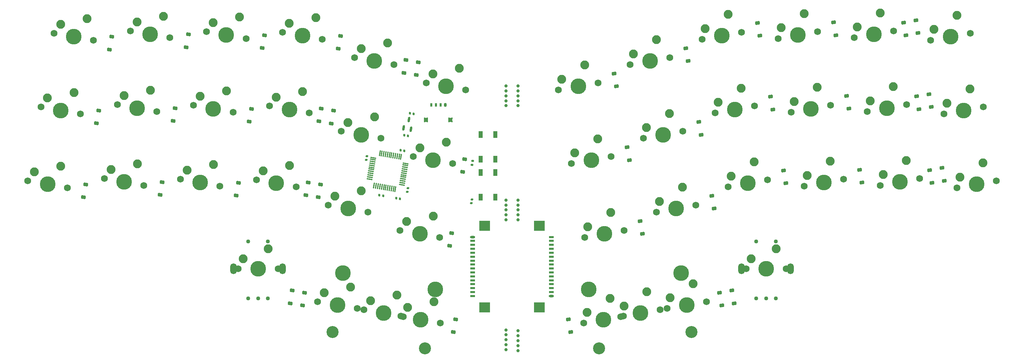
<source format=gbr>
%TF.GenerationSoftware,KiCad,Pcbnew,7.0.8*%
%TF.CreationDate,2023-11-01T12:08:13-07:00*%
%TF.ProjectId,Redwood,52656477-6f6f-4642-9e6b-696361645f70,rev?*%
%TF.SameCoordinates,Original*%
%TF.FileFunction,Soldermask,Bot*%
%TF.FilePolarity,Negative*%
%FSLAX46Y46*%
G04 Gerber Fmt 4.6, Leading zero omitted, Abs format (unit mm)*
G04 Created by KiCad (PCBNEW 7.0.8) date 2023-11-01 12:08:13*
%MOMM*%
%LPD*%
G01*
G04 APERTURE LIST*
G04 Aperture macros list*
%AMRoundRect*
0 Rectangle with rounded corners*
0 $1 Rounding radius*
0 $2 $3 $4 $5 $6 $7 $8 $9 X,Y pos of 4 corners*
0 Add a 4 corners polygon primitive as box body*
4,1,4,$2,$3,$4,$5,$6,$7,$8,$9,$2,$3,0*
0 Add four circle primitives for the rounded corners*
1,1,$1+$1,$2,$3*
1,1,$1+$1,$4,$5*
1,1,$1+$1,$6,$7*
1,1,$1+$1,$8,$9*
0 Add four rect primitives between the rounded corners*
20,1,$1+$1,$2,$3,$4,$5,0*
20,1,$1+$1,$4,$5,$6,$7,0*
20,1,$1+$1,$6,$7,$8,$9,0*
20,1,$1+$1,$8,$9,$2,$3,0*%
G04 Aperture macros list end*
%ADD10C,1.750000*%
%ADD11C,3.987800*%
%ADD12C,2.250000*%
%ADD13O,1.651000X2.768600*%
%ADD14C,1.016000*%
%ADD15C,0.800000*%
%ADD16C,3.048000*%
%ADD17O,1.300000X0.600000*%
%ADD18R,1.300000X0.600000*%
%ADD19C,0.600000*%
%ADD20R,2.800000X2.550000*%
%ADD21RoundRect,0.225000X0.330232X-0.286700X0.408374X0.156464X-0.330232X0.286700X-0.408374X-0.156464X0*%
%ADD22R,1.100000X1.800000*%
%ADD23RoundRect,0.140000X-0.167393X-0.143107X0.108353X-0.191728X0.167393X0.143107X-0.108353X0.191728X0*%
%ADD24RoundRect,0.225000X0.408374X-0.156464X0.330232X0.286700X-0.408374X0.156464X-0.330232X-0.286700X0*%
%ADD25RoundRect,0.140000X-0.143107X0.167393X-0.191728X-0.108353X0.143107X-0.167393X0.191728X0.108353X0*%
%ADD26RoundRect,0.375000X0.000000X-0.125000X0.000000X0.125000X0.000000X0.125000X0.000000X-0.125000X0*%
%ADD27R,0.600000X0.850000*%
%ADD28C,0.400000*%
%ADD29R,1.000000X1.000000*%
%ADD30RoundRect,0.140000X0.167393X0.143107X-0.108353X0.191728X-0.167393X-0.143107X0.108353X-0.191728X0*%
%ADD31RoundRect,0.135000X0.158747X-0.165074X0.205632X0.100824X-0.158747X0.165074X-0.205632X-0.100824X0*%
%ADD32RoundRect,0.150000X0.058726X-0.530761X0.236716X0.478667X-0.058726X0.530761X-0.236716X-0.478667X0*%
%ADD33RoundRect,0.075000X-0.041181X-0.665459X0.188902X0.639412X0.041181X0.665459X-0.188902X-0.639412X0*%
%ADD34RoundRect,0.075000X0.639412X-0.188902X0.665459X-0.041181X-0.639412X0.188902X-0.665459X0.041181X0*%
G04 APERTURE END LIST*
D10*
%TO.C,SW5*%
X20192359Y-33585631D03*
D11*
X25195182Y-34467764D03*
D10*
X30198005Y-35349897D03*
D12*
X21884131Y-31304753D03*
X28578726Y-29906007D03*
%TD*%
D10*
%TO.C,SW28*%
X242770898Y-35349897D03*
D11*
X247773721Y-34467764D03*
D10*
X252776544Y-33585631D03*
D12*
X243580537Y-32627952D03*
X249393000Y-29023874D03*
%TD*%
D10*
%TO.C,SW18*%
X33026115Y-70506348D03*
D11*
X38028938Y-71388481D03*
D10*
X43031761Y-72270614D03*
D12*
X34717887Y-68225470D03*
X41412482Y-66826724D03*
%TD*%
D10*
%TO.C,SW6*%
X39642116Y-32985172D03*
D11*
X44644939Y-33867305D03*
D10*
X49647762Y-34749438D03*
D12*
X41333888Y-30704294D03*
X48028483Y-29305548D03*
%TD*%
D10*
%TO.C,SW17*%
X13576364Y-71106804D03*
D11*
X18579187Y-71988937D03*
D10*
X23582010Y-72871070D03*
D12*
X15268136Y-68825926D03*
X21962731Y-67427180D03*
%TD*%
D10*
%TO.C,SW26*%
X204009223Y-34930671D03*
D11*
X209012046Y-34048538D03*
D10*
X214014869Y-33166405D03*
D12*
X204818862Y-32208726D03*
X210631325Y-28604648D03*
%TD*%
D13*
%TO.C,SW3*%
X65761763Y-93500467D03*
D14*
X69511763Y-86500467D03*
X69511763Y-101000467D03*
X72011763Y-101000467D03*
X74511763Y-86500467D03*
X74511763Y-101000467D03*
D13*
X78261763Y-93500467D03*
%TD*%
D10*
%TO.C,SW40*%
X249386893Y-72871072D03*
D11*
X254389716Y-71988939D03*
D10*
X259392539Y-71106806D03*
D12*
X250196532Y-70149127D03*
X256008995Y-66545049D03*
%TD*%
D10*
%TO.C,SW23*%
X148278791Y-47981430D03*
D11*
X153281614Y-47099297D03*
D10*
X158284437Y-46217164D03*
D12*
X149088430Y-45259485D03*
X154900893Y-41655407D03*
%TD*%
D10*
%TO.C,SW12*%
X36334115Y-51745759D03*
D11*
X41336938Y-52627892D03*
D10*
X46339761Y-53510025D03*
D12*
X38025887Y-49464881D03*
X44720482Y-48066135D03*
%TD*%
D10*
%TO.C,SW19*%
X52338038Y-70687580D03*
D11*
X57340861Y-71569713D03*
D10*
X62343684Y-72451846D03*
D12*
X54029810Y-68406702D03*
X60724405Y-67007956D03*
%TD*%
D15*
%TO.C,H1*%
X137984451Y-114260000D03*
X137984451Y-113010000D03*
X137984451Y-111760000D03*
X137984451Y-110510000D03*
X137984451Y-109260000D03*
%TD*%
D11*
%TO.C,SW44*%
X93586053Y-94564214D03*
D16*
X90939655Y-109572685D03*
D10*
X98875132Y-103879168D03*
D11*
X103877955Y-104761301D03*
D10*
X108880778Y-105643434D03*
D11*
X117036788Y-98699212D03*
D16*
X114390390Y-113707682D03*
D12*
X100566904Y-101598290D03*
X107261499Y-100199544D03*
%TD*%
D15*
%TO.C,H2*%
X134984452Y-114010000D03*
X134984452Y-112760000D03*
X134984452Y-111510000D03*
X134984452Y-110260000D03*
X134984452Y-109010000D03*
%TD*%
D10*
%TO.C,SW30*%
X169796045Y-60307255D03*
D11*
X174798868Y-59425122D03*
D10*
X179801691Y-58542989D03*
D12*
X170605684Y-57585310D03*
X176418147Y-53981232D03*
%TD*%
D10*
%TO.C,SW27*%
X223321142Y-34749439D03*
D11*
X228323965Y-33867306D03*
D10*
X233326788Y-32985173D03*
D12*
X224130781Y-32027494D03*
X229943244Y-28423416D03*
%TD*%
D15*
%TO.C,H3*%
X137984452Y-52009999D03*
X137984452Y-50759999D03*
X137984452Y-49509999D03*
X137984452Y-48259999D03*
X137984452Y-47009999D03*
%TD*%
D10*
%TO.C,SW32*%
X207317219Y-53691259D03*
D11*
X212320042Y-52809126D03*
D10*
X217322865Y-51926993D03*
D12*
X208126858Y-50969314D03*
X213939321Y-47365236D03*
%TD*%
D10*
%TO.C,SW25*%
X184697303Y-35111905D03*
D11*
X189700126Y-34229772D03*
D10*
X194702949Y-33347639D03*
D12*
X185506942Y-32389960D03*
X191319405Y-28785882D03*
%TD*%
D10*
%TO.C,SW24*%
X166488046Y-41546668D03*
D11*
X171490869Y-40664535D03*
D10*
X176493692Y-39782402D03*
D12*
X167297685Y-38824723D03*
X173110148Y-35220645D03*
%TD*%
D11*
%TO.C,SW43*%
X155932113Y-98699212D03*
D16*
X158578511Y-113707682D03*
D10*
X164088123Y-105643434D03*
D11*
X169090946Y-104761301D03*
D10*
X174093769Y-103879168D03*
D11*
X179382848Y-94564214D03*
D16*
X182029246Y-109572685D03*
D12*
X164897762Y-102921489D03*
X170710225Y-99317411D03*
%TD*%
D10*
%TO.C,SW9*%
X96475212Y-39782402D03*
D11*
X101478035Y-40664535D03*
D10*
X106480858Y-41546668D03*
D12*
X98166984Y-37501524D03*
X104861579Y-36102778D03*
%TD*%
D10*
%TO.C,SW42*%
X108255426Y-105533167D03*
D11*
X113258249Y-106415300D03*
D10*
X118261072Y-107297433D03*
D12*
X109947198Y-103252289D03*
X116641793Y-101853543D03*
%TD*%
D10*
%TO.C,SW29*%
X151586789Y-66742018D03*
D11*
X156589612Y-65859885D03*
D10*
X161592435Y-64977752D03*
D12*
X152396428Y-64020073D03*
X158208891Y-60415995D03*
%TD*%
D10*
%TO.C,SW48*%
X87149764Y-101811669D03*
D11*
X92152587Y-102693802D03*
D10*
X97155410Y-103575935D03*
D12*
X88841536Y-99530791D03*
X95536131Y-98132045D03*
%TD*%
D10*
%TO.C,SW13*%
X55646039Y-51926993D03*
D11*
X60648862Y-52809126D03*
D10*
X65651685Y-53691259D03*
D12*
X57337811Y-49646115D03*
X64032406Y-48247369D03*
%TD*%
D10*
%TO.C,SW31*%
X188005299Y-53872493D03*
D11*
X193008122Y-52990360D03*
D10*
X198010945Y-52108227D03*
D12*
X188814938Y-51150548D03*
X194627401Y-47546470D03*
%TD*%
D10*
%TO.C,SW46*%
X195877141Y-93500467D03*
D11*
X200957141Y-93500467D03*
D10*
X206037141Y-93500467D03*
D12*
X197147141Y-90960467D03*
X203497141Y-88420467D03*
%TD*%
D10*
%TO.C,SW39*%
X229937140Y-72270614D03*
D11*
X234939963Y-71388481D03*
D10*
X239942786Y-70506348D03*
D12*
X230746779Y-69548669D03*
X236559242Y-65944591D03*
%TD*%
D15*
%TO.C,H4*%
X134984452Y-52010000D03*
X134984452Y-50760000D03*
X134984452Y-49510000D03*
X134984452Y-48260000D03*
X134984452Y-47010000D03*
%TD*%
D10*
%TO.C,SW10*%
X114684467Y-46217165D03*
D11*
X119687290Y-47099298D03*
D10*
X124690113Y-47981431D03*
D12*
X116376239Y-43936287D03*
X123070834Y-42537541D03*
%TD*%
D10*
%TO.C,SW47*%
X66931763Y-93500467D03*
D11*
X72011763Y-93500467D03*
D10*
X77091763Y-93500467D03*
D12*
X68201763Y-90960467D03*
X74551763Y-88420467D03*
%TD*%
D10*
%TO.C,SW20*%
X71649961Y-70868815D03*
D11*
X76652784Y-71750948D03*
D10*
X81655607Y-72633081D03*
D12*
X73341733Y-68587937D03*
X80036328Y-67189191D03*
%TD*%
D10*
%TO.C,SW11*%
X16884361Y-52346219D03*
D11*
X21887184Y-53228352D03*
D10*
X26890007Y-54110485D03*
D12*
X18576133Y-50065341D03*
X25270728Y-48666595D03*
%TD*%
D10*
%TO.C,SW38*%
X210625219Y-72451847D03*
D11*
X215628042Y-71569714D03*
D10*
X220630865Y-70687581D03*
D12*
X211434858Y-69729902D03*
X217247321Y-66125824D03*
%TD*%
D10*
%TO.C,SW7*%
X58954033Y-33166406D03*
D11*
X63956856Y-34048539D03*
D10*
X68959679Y-34930672D03*
D12*
X60645805Y-30885528D03*
X67340400Y-29486782D03*
%TD*%
D10*
%TO.C,SW34*%
X246078896Y-54110485D03*
D11*
X251081719Y-53228352D03*
D10*
X256084542Y-52346219D03*
D12*
X246888535Y-51388540D03*
X252700998Y-47784462D03*
%TD*%
D15*
%TO.C,H6*%
X134984452Y-81010000D03*
X134984452Y-79760000D03*
X134984452Y-78510000D03*
X134984452Y-77260000D03*
X134984452Y-76010000D03*
%TD*%
D10*
%TO.C,SW21*%
X89859213Y-77303577D03*
D11*
X94862036Y-78185710D03*
D10*
X99864859Y-79067843D03*
D12*
X91550985Y-75022699D03*
X98245580Y-73623953D03*
%TD*%
D10*
%TO.C,SW41*%
X154707830Y-107297433D03*
D11*
X159710653Y-106415300D03*
D10*
X164713476Y-105533167D03*
D12*
X155517469Y-104575488D03*
X161329932Y-100971410D03*
%TD*%
D10*
%TO.C,SW37*%
X191313295Y-72633081D03*
D11*
X196316118Y-71750948D03*
D10*
X201318941Y-70868815D03*
D12*
X192122934Y-69911136D03*
X197935397Y-66307058D03*
%TD*%
D15*
%TO.C,H5*%
X137984451Y-81010000D03*
X137984451Y-79760000D03*
X137984451Y-78510000D03*
X137984451Y-77260000D03*
X137984451Y-76010000D03*
%TD*%
D10*
%TO.C,SW14*%
X74957956Y-52108227D03*
D11*
X79960779Y-52990360D03*
D10*
X84963602Y-53872493D03*
D12*
X76649728Y-49827349D03*
X83344323Y-48428603D03*
%TD*%
D13*
%TO.C,SW4*%
X194707141Y-93500467D03*
D14*
X198457141Y-86500467D03*
X198457141Y-101000467D03*
X200957141Y-101000467D03*
X203457141Y-86500467D03*
X203457141Y-101000467D03*
D13*
X207207141Y-93500467D03*
%TD*%
D10*
%TO.C,SW33*%
X226629140Y-53510025D03*
D11*
X231631963Y-52627892D03*
D10*
X236634786Y-51745759D03*
D12*
X227438779Y-50788080D03*
X233251242Y-47184002D03*
%TD*%
D10*
%TO.C,SW36*%
X173104042Y-79067843D03*
D11*
X178106865Y-78185710D03*
D10*
X183109688Y-77303577D03*
D12*
X173913681Y-76345898D03*
X179726144Y-72741820D03*
%TD*%
D10*
%TO.C,SW16*%
X111376469Y-64977752D03*
D11*
X116379292Y-65859885D03*
D10*
X121382115Y-66742018D03*
D12*
X113068241Y-62696874D03*
X119762836Y-61298128D03*
%TD*%
D10*
%TO.C,SW45*%
X175813491Y-103575935D03*
D11*
X180816314Y-102693802D03*
D10*
X185819137Y-101811669D03*
D12*
X176623130Y-100853990D03*
X182435593Y-97249912D03*
%TD*%
D10*
%TO.C,SW15*%
X93167210Y-58542989D03*
D11*
X98170033Y-59425122D03*
D10*
X103172856Y-60307255D03*
D12*
X94858982Y-56262111D03*
X101553577Y-54863365D03*
%TD*%
D10*
%TO.C,SW35*%
X154894789Y-85502605D03*
D11*
X159897612Y-84620472D03*
D10*
X164900435Y-83738339D03*
D12*
X155704428Y-82780660D03*
X161516891Y-79176582D03*
%TD*%
D10*
%TO.C,SW22*%
X108068466Y-83738338D03*
D11*
X113071289Y-84620471D03*
D10*
X118074112Y-85502604D03*
D12*
X109760238Y-81457460D03*
X116454833Y-80058714D03*
%TD*%
D10*
%TO.C,SW8*%
X78265953Y-33347639D03*
D11*
X83268776Y-34229772D03*
D10*
X88271599Y-35111905D03*
D12*
X79957725Y-31066761D03*
X86652320Y-29668015D03*
%TD*%
D17*
%TO.C,J2*%
X146475893Y-100399984D03*
D18*
X146475893Y-99399984D03*
X146475893Y-98399984D03*
X146475893Y-97399984D03*
X146475893Y-96399984D03*
X146475893Y-95399984D03*
X146475893Y-94399984D03*
X146475893Y-93399984D03*
X146475893Y-92399984D03*
X146475893Y-91399984D03*
X146475893Y-90399984D03*
X146475893Y-89399984D03*
X146475893Y-88399984D03*
X146475893Y-87399984D03*
X146475893Y-86399984D03*
X146475893Y-85399984D03*
D19*
X144425893Y-81649984D03*
X143425893Y-81649984D03*
X142425893Y-81649984D03*
X144425893Y-82524984D03*
D20*
X143425893Y-82524984D03*
D19*
X142425893Y-82524984D03*
X144425893Y-103274984D03*
D20*
X143425893Y-103274984D03*
D19*
X142425893Y-103274984D03*
X144425893Y-104149984D03*
X143425893Y-104149984D03*
X142425893Y-104149984D03*
%TD*%
D21*
%TO.C,D40*%
X80140705Y-102251237D03*
X80713743Y-99001371D03*
%TD*%
D22*
%TO.C,SW1*%
X132218157Y-65582310D03*
X132218157Y-59382310D03*
X128518157Y-65582310D03*
X128518157Y-59382310D03*
%TD*%
D23*
%TO.C,C7*%
X109116157Y-59490897D03*
X110061573Y-59657599D03*
%TD*%
D24*
%TO.C,D27*%
X202674936Y-52961294D03*
X202101898Y-49711428D03*
%TD*%
D25*
%TO.C,C2*%
X99626809Y-64876406D03*
X99460107Y-65821822D03*
%TD*%
D21*
%TO.C,D15*%
X66434637Y-74848647D03*
X67007675Y-71598781D03*
%TD*%
D24*
%TO.C,D22*%
X218689710Y-34081024D03*
X218116672Y-30831158D03*
%TD*%
D26*
%TO.C,J1*%
X119547969Y-51854985D03*
D27*
X118347969Y-51854985D03*
X117147969Y-51854985D03*
X115947969Y-51854985D03*
D28*
X121197969Y-56004985D03*
X121197969Y-55204985D03*
X120847969Y-55604985D03*
D29*
X120847969Y-55604985D03*
D28*
X120497969Y-56004985D03*
X120497969Y-55204985D03*
X114997969Y-56004985D03*
X114997969Y-55204985D03*
X114647969Y-55604985D03*
D29*
X114647969Y-55604985D03*
D28*
X114297969Y-56004985D03*
X114297969Y-55204985D03*
%TD*%
D21*
%TO.C,D3*%
X73050631Y-37327471D03*
X73623669Y-34077605D03*
%TD*%
D30*
%TO.C,C5*%
X109128736Y-63485261D03*
X108183320Y-63318559D03*
%TD*%
D24*
%TO.C,D28*%
X221986855Y-52780060D03*
X221413817Y-49530194D03*
%TD*%
D21*
%TO.C,D2*%
X53738712Y-37146238D03*
X54311750Y-33896372D03*
%TD*%
%TO.C,D11*%
X90617937Y-56544956D03*
X91190975Y-53295090D03*
%TD*%
D24*
%TO.C,D29*%
X239735395Y-52874494D03*
X239162357Y-49624628D03*
%TD*%
D22*
%TO.C,SW2*%
X128518157Y-69034309D03*
X128518157Y-75234309D03*
X132218157Y-69034309D03*
X132218157Y-75234309D03*
%TD*%
D24*
%TO.C,D31*%
X169564425Y-84591407D03*
X168991387Y-81341541D03*
%TD*%
%TO.C,D38*%
X189701437Y-102802571D03*
X189128399Y-99552705D03*
%TD*%
%TO.C,D35*%
X243043392Y-71635082D03*
X242470354Y-68385216D03*
%TD*%
D23*
%TO.C,C6*%
X110582222Y-53940655D03*
X111527638Y-54107357D03*
%TD*%
D31*
%TO.C,R1*%
X126327491Y-67035735D03*
X126504613Y-66031231D03*
%TD*%
D21*
%TO.C,D4*%
X92362552Y-37508704D03*
X92935590Y-34258838D03*
%TD*%
D23*
%TO.C,C3*%
X107066767Y-75501764D03*
X108012183Y-75668466D03*
%TD*%
D24*
%TO.C,D39*%
X192828198Y-102251237D03*
X192255160Y-99001371D03*
%TD*%
D21*
%TO.C,D18*%
X120601685Y-87623738D03*
X121174723Y-84373872D03*
%TD*%
D24*
%TO.C,D20*%
X181157684Y-40635469D03*
X180584646Y-37385603D03*
%TD*%
D21*
%TO.C,D16*%
X84183173Y-74754213D03*
X84756211Y-71504347D03*
%TD*%
%TO.C,D8*%
X50430713Y-55906826D03*
X51003751Y-52656960D03*
%TD*%
D24*
%TO.C,D24*%
X239554161Y-33562574D03*
X238981123Y-30312708D03*
%TD*%
D21*
%TO.C,D14*%
X47122714Y-74667413D03*
X47695752Y-71417547D03*
%TD*%
D24*
%TO.C,D21*%
X199366938Y-34200706D03*
X198793900Y-30950840D03*
%TD*%
%TO.C,D23*%
X236427397Y-34113906D03*
X235854359Y-30864040D03*
%TD*%
D21*
%TO.C,D5*%
X109008424Y-43667800D03*
X109581462Y-40417934D03*
%TD*%
D25*
%TO.C,C8*%
X126324196Y-75830780D03*
X126157494Y-76776196D03*
%TD*%
D24*
%TO.C,D37*%
X151398569Y-109556397D03*
X150825531Y-106306531D03*
%TD*%
D21*
%TO.C,D13*%
X27672960Y-75267871D03*
X28245998Y-72018005D03*
%TD*%
%TO.C,D1*%
X34288958Y-37746696D03*
X34861996Y-34496830D03*
%TD*%
D25*
%TO.C,C1*%
X110065021Y-72963847D03*
X109898319Y-73909263D03*
%TD*%
D21*
%TO.C,D10*%
X87491172Y-55993624D03*
X88064210Y-52743758D03*
%TD*%
%TO.C,D41*%
X83267464Y-102802569D03*
X83840502Y-99552703D03*
%TD*%
D24*
%TO.C,D26*%
X184465682Y-59396056D03*
X183892644Y-56146190D03*
%TD*%
%TO.C,D33*%
X205982932Y-71721882D03*
X205409894Y-68472016D03*
%TD*%
%TO.C,D25*%
X166256427Y-65830818D03*
X165683389Y-62580952D03*
%TD*%
D21*
%TO.C,D6*%
X112135189Y-44219133D03*
X112708227Y-40969267D03*
%TD*%
%TO.C,D9*%
X69742634Y-56088059D03*
X70315672Y-52838193D03*
%TD*%
D32*
%TO.C,U1*%
X110835091Y-57977391D03*
X108963956Y-57647459D03*
X110294573Y-55571987D03*
%TD*%
D23*
%TO.C,C4*%
X102814367Y-74751950D03*
X103759783Y-74918652D03*
%TD*%
D21*
%TO.C,D42*%
X121570332Y-109556396D03*
X122143370Y-106306530D03*
%TD*%
D17*
%TO.C,J3*%
X126477470Y-85399985D03*
D18*
X126477470Y-86399985D03*
X126477470Y-87399985D03*
X126477470Y-88399985D03*
X126477470Y-89399985D03*
X126477470Y-90399985D03*
X126477470Y-91399985D03*
X126477470Y-92399985D03*
X126477470Y-93399985D03*
X126477470Y-94399985D03*
X126477470Y-95399985D03*
X126477470Y-96399985D03*
X126477470Y-97399985D03*
X126477470Y-98399985D03*
X126477470Y-99399985D03*
X126477470Y-100399985D03*
D19*
X128527470Y-104149985D03*
X129527470Y-104149985D03*
X130527470Y-104149985D03*
X128527470Y-103274985D03*
D20*
X129527470Y-103274985D03*
D19*
X130527470Y-103274985D03*
X128527470Y-82524985D03*
D20*
X129527470Y-82524985D03*
D19*
X130527470Y-82524985D03*
X128527470Y-81649985D03*
X129527470Y-81649985D03*
X130527470Y-81649985D03*
%TD*%
D33*
%TO.C,U2*%
X106875433Y-73246781D03*
X106383029Y-73159957D03*
X105890625Y-73073133D03*
X105398221Y-72986308D03*
X104905817Y-72899484D03*
X104413413Y-72812660D03*
X103921010Y-72725836D03*
X103428606Y-72639012D03*
X102936202Y-72552188D03*
X102443798Y-72465364D03*
X101951394Y-72378540D03*
X101458990Y-72291716D03*
D34*
X100313227Y-70655397D03*
X100400051Y-70162993D03*
X100486875Y-69670589D03*
X100573700Y-69178185D03*
X100660524Y-68685781D03*
X100747348Y-68193377D03*
X100834172Y-67700974D03*
X100920996Y-67208570D03*
X101007820Y-66716166D03*
X101094644Y-66223762D03*
X101181468Y-65731358D03*
X101268292Y-65238954D03*
D33*
X102904611Y-64093191D03*
X103397015Y-64180015D03*
X103889419Y-64266839D03*
X104381823Y-64353664D03*
X104874227Y-64440488D03*
X105366631Y-64527312D03*
X105859034Y-64614136D03*
X106351438Y-64700960D03*
X106843842Y-64787784D03*
X107336246Y-64874608D03*
X107828650Y-64961432D03*
X108321054Y-65048256D03*
D34*
X109466817Y-66684575D03*
X109379993Y-67176979D03*
X109293169Y-67669383D03*
X109206344Y-68161787D03*
X109119520Y-68654191D03*
X109032696Y-69146595D03*
X108945872Y-69638998D03*
X108859048Y-70131402D03*
X108772224Y-70623806D03*
X108685400Y-71116210D03*
X108598576Y-71608614D03*
X108511752Y-72101018D03*
%TD*%
D24*
%TO.C,D34*%
X225294854Y-71540649D03*
X224721816Y-68290783D03*
%TD*%
%TO.C,D19*%
X162948426Y-47070232D03*
X162375388Y-43820366D03*
%TD*%
%TO.C,D36*%
X246170157Y-71083749D03*
X245597119Y-67833883D03*
%TD*%
D21*
%TO.C,D7*%
X30980959Y-56507283D03*
X31553997Y-53257417D03*
%TD*%
D24*
%TO.C,D30*%
X242862158Y-52323161D03*
X242289120Y-49073295D03*
%TD*%
D21*
%TO.C,D17*%
X87309940Y-75305546D03*
X87882978Y-72055680D03*
%TD*%
%TO.C,D12*%
X123909681Y-68863150D03*
X124482719Y-65613284D03*
%TD*%
D24*
%TO.C,D32*%
X187773679Y-78156644D03*
X187200641Y-74906778D03*
%TD*%
M02*

</source>
